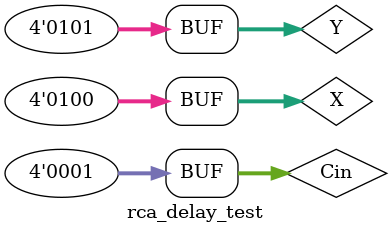
<source format=v>
`timescale 1ns / 1ps


module rca_delay_test;

	// Inputs
	reg [3:0] X;
	reg [3:0] Y;
	reg [3:0] Cin;

	// Outputs
	wire [3:0] S;
	wire Cout;

	// Instantiate the Unit Under Test (UUT)
	rca_delay uut (
		.X(X), 
		.Y(Y), 
		.Cin(Cin), 
		.S(S), 
		.Cout(Cout)
	);

	initial begin
	$monitor( $time, ", X = %b, Y = %b, Cin = %b, S = %b, Cout = %b", X,Y,Cin,S,Cout);
		// Initialize Inputs
		X = 0;
		Y = 0;
		Cin = 0;

		// Wait 100 ns for global reset to finish
		
		/*#100; // For 8s
		X = 3;
		Y = 4;
		Cin = 0;*/
		
		#100 // For 4s
		X = 4;
		Y = 5;
		Cin = 1;
        
		// Add stimulus here

	end
      
endmodule


</source>
